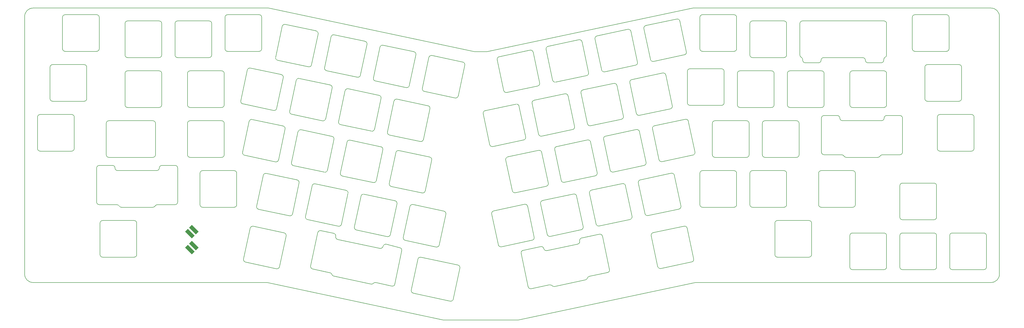
<source format=gto>
G04 #@! TF.GenerationSoftware,KiCad,Pcbnew,6.0.2-378541a8eb~116~ubuntu21.10.1*
G04 #@! TF.CreationDate,2022-03-16T11:59:57+01:00*
G04 #@! TF.ProjectId,basketweave_plate,6261736b-6574-4776-9561-76655f706c61,rev?*
G04 #@! TF.SameCoordinates,Original*
G04 #@! TF.FileFunction,Legend,Top*
G04 #@! TF.FilePolarity,Positive*
%FSLAX46Y46*%
G04 Gerber Fmt 4.6, Leading zero omitted, Abs format (unit mm)*
G04 Created by KiCad (PCBNEW 6.0.2-378541a8eb~116~ubuntu21.10.1) date 2022-03-16 11:59:57*
%MOMM*%
%LPD*%
G01*
G04 APERTURE LIST*
G04 #@! TA.AperFunction,Profile*
%ADD10C,0.200000*%
G04 #@! TD*
%ADD11C,0.100000*%
G04 APERTURE END LIST*
D10*
X243200858Y-127559435D02*
G75*
G03*
X242014800Y-126789200I-978146J-207911D01*
G01*
X245133475Y-141461414D02*
X238182808Y-142938824D01*
X245133475Y-141461415D02*
G75*
G03*
X245903711Y-140275354I-207911J978148D01*
G01*
X238182808Y-142938825D02*
G75*
G03*
X237439664Y-143607955I207913J-978148D01*
G01*
X242014800Y-126789200D02*
X235326226Y-128210900D01*
X214919907Y-146861165D02*
X212217055Y-134145246D01*
X236696518Y-144277086D02*
G75*
G03*
X237439663Y-143607955I-207913J978149D01*
G01*
X224007691Y-146463009D02*
G75*
G03*
X223056635Y-146153992I-743145J-669132D01*
G01*
X233785755Y-130583019D02*
G75*
G03*
X234555991Y-129396959I-207915J978150D01*
G01*
X224007691Y-146463009D02*
G75*
G03*
X224958747Y-146772026I743145J669132D01*
G01*
X212987291Y-132959187D02*
G75*
G03*
X212217055Y-134145246I207911J-978147D01*
G01*
X222047983Y-133077959D02*
X233785755Y-130583019D01*
X236696518Y-144277086D02*
X224958747Y-146772026D01*
X245903711Y-140275354D02*
X243200859Y-127559435D01*
X216105967Y-147631401D02*
X223056635Y-146153992D01*
X220861923Y-132307723D02*
G75*
G03*
X219675865Y-131537487I-978146J-207910D01*
G01*
X235326226Y-128210898D02*
G75*
G03*
X234555990Y-129396959I207911J-978148D01*
G01*
X214919906Y-146861165D02*
G75*
G03*
X216105967Y-147631401I978148J207911D01*
G01*
X219675865Y-131537487D02*
X212987291Y-132959187D01*
X220861924Y-132307723D02*
G75*
G03*
X222047983Y-133077959I978147J207911D01*
G01*
X319524504Y-60387507D02*
G75*
G03*
X320524504Y-61387507I1000000J0D01*
G01*
X351487500Y-58387506D02*
X351487500Y-46387500D01*
X318437500Y-58387500D02*
G75*
G03*
X318981000Y-59277223I1000000J0D01*
G01*
X343400517Y-60387507D02*
G75*
G03*
X344400517Y-61387507I1000000J0D01*
G01*
X350944000Y-59277229D02*
G75*
G03*
X350400500Y-60166952I456500J-889723D01*
G01*
X350944000Y-59277229D02*
G75*
G03*
X351487500Y-58387506I-456500J889723D01*
G01*
X350482515Y-45387499D02*
X319432509Y-45387499D01*
X349400520Y-61387508D02*
G75*
G03*
X350400521Y-60387507I0J1000001D01*
G01*
X344400517Y-61387508D02*
X349400520Y-61387508D01*
X319437500Y-45387500D02*
G75*
G03*
X318437500Y-46387500I0J-1000000D01*
G01*
X325524507Y-61387508D02*
G75*
G03*
X326524508Y-60387507I0J1000001D01*
G01*
X351487500Y-46387500D02*
G75*
G03*
X350487499Y-45387499I-1000001J0D01*
G01*
X320524504Y-61387508D02*
X325524507Y-61387508D01*
X350400500Y-60166952D02*
X350400521Y-60387507D01*
X343400517Y-60387507D02*
G75*
G03*
X342400516Y-59387506I-1000001J0D01*
G01*
X319524500Y-60166946D02*
G75*
G03*
X318981000Y-59277223I-1000000J0D01*
G01*
X327524508Y-59387507D02*
X342400516Y-59387507D01*
X327524508Y-59387507D02*
G75*
G03*
X326524508Y-60387507I0J-1000000D01*
G01*
X313387500Y-46387500D02*
G75*
G03*
X312387500Y-45387500I-1000000J0D01*
G01*
X318437500Y-46387500D02*
X318437500Y-58387500D01*
X319524500Y-60166946D02*
X319524504Y-60387507D01*
X28927500Y-81106250D02*
G75*
G03*
X27927500Y-82106250I0J-1000000D01*
G01*
X27927500Y-94106250D02*
G75*
G03*
X28927500Y-95106250I1000000J0D01*
G01*
X28927500Y-81106250D02*
X40927500Y-81106250D01*
X40927500Y-95106250D02*
X28927500Y-95106250D01*
X40927500Y-95106250D02*
G75*
G03*
X41927500Y-94106250I0J1000000D01*
G01*
X41927500Y-82106250D02*
X41927500Y-94106250D01*
X41927500Y-82106250D02*
G75*
G03*
X40927500Y-81106250I-1000000J0D01*
G01*
X27927500Y-94106250D02*
X27927500Y-82106250D01*
X46687500Y-63056250D02*
G75*
G03*
X45687500Y-62056250I-1000000J0D01*
G01*
X32687500Y-75056250D02*
G75*
G03*
X33687500Y-76056250I1000000J0D01*
G01*
X45687500Y-76056250D02*
X33687500Y-76056250D01*
X32687500Y-75056250D02*
X32687500Y-63056250D01*
X46687500Y-63056250D02*
X46687500Y-75056250D01*
X33687500Y-62056250D02*
G75*
G03*
X32687500Y-63056250I0J-1000000D01*
G01*
X45687500Y-76056250D02*
G75*
G03*
X46687500Y-75056250I0J1000000D01*
G01*
X33687500Y-62056250D02*
X45687500Y-62056250D01*
X380062500Y-63056250D02*
X380062500Y-75056250D01*
X379062500Y-76056250D02*
G75*
G03*
X380062500Y-75056250I0J1000000D01*
G01*
X379062500Y-76056250D02*
X367062500Y-76056250D01*
X380062500Y-63056250D02*
G75*
G03*
X379062500Y-62056250I-1000000J0D01*
G01*
X367062500Y-62056250D02*
G75*
G03*
X366062500Y-63056250I0J-1000000D01*
G01*
X367062500Y-62056250D02*
X379062500Y-62056250D01*
X366062500Y-75056250D02*
G75*
G03*
X367062500Y-76056250I1000000J0D01*
G01*
X366062500Y-75056250D02*
X366062500Y-63056250D01*
X174042718Y-135612290D02*
X188110514Y-138588750D01*
X262550733Y-126213914D02*
X274308691Y-123729750D01*
X264275437Y-139137745D02*
X261780497Y-127399974D01*
X185199748Y-152366756D02*
X171131956Y-149306356D01*
X140103936Y-142180198D02*
G75*
G03*
X139360791Y-141511067I-951057J-309017D01*
G01*
X174042718Y-135612290D02*
G75*
G03*
X172856659Y-136382527I-207911J-978148D01*
G01*
X188880750Y-139774810D02*
X186385808Y-151596520D01*
X277219454Y-137423814D02*
X265461496Y-139907981D01*
X170361720Y-148120298D02*
X172856660Y-136382527D01*
X170361720Y-148120298D02*
G75*
G03*
X171131956Y-149306356I978147J-207911D01*
G01*
X277219454Y-137423814D02*
G75*
G03*
X277989690Y-136237756I-207911J978147D01*
G01*
X275494750Y-124499985D02*
X277989690Y-136237756D01*
X262550733Y-126213914D02*
G75*
G03*
X261780496Y-127399973I207911J-978148D01*
G01*
X185199748Y-152366756D02*
G75*
G03*
X186385808Y-151596520I207912J978148D01*
G01*
X264275437Y-139137745D02*
G75*
G03*
X265461497Y-139907981I978148J207912D01*
G01*
X275494750Y-124499985D02*
G75*
G03*
X274308691Y-123729750I-978147J-207912D01*
G01*
X188880750Y-139774810D02*
G75*
G03*
X188110514Y-138588750I-978148J207912D01*
G01*
X140103937Y-142180198D02*
G75*
G03*
X140847080Y-142849327I951054J309017D01*
G01*
X162929690Y-146631666D02*
G75*
G03*
X164115750Y-145861430I207912J978148D01*
G01*
X141581031Y-127670225D02*
G75*
G03*
X140810796Y-126484166I-978147J207912D01*
G01*
X132031146Y-138930762D02*
G75*
G03*
X132801383Y-140116821I978148J-207911D01*
G01*
X162929690Y-146631666D02*
X156899964Y-145234235D01*
X158426191Y-132203179D02*
G75*
G03*
X159612251Y-131432943I207912J978148D01*
G01*
X140810795Y-126484165D02*
X135920057Y-125444607D01*
X156899964Y-145234235D02*
G75*
G03*
X155948909Y-145543252I-207911J-978146D01*
G01*
X132801382Y-140116821D02*
X139360791Y-141511067D01*
X154997851Y-145852269D02*
G75*
G03*
X155948908Y-145543252I207912J978148D01*
G01*
X166730965Y-133145511D02*
G75*
G03*
X165960728Y-131959452I-978148J207911D01*
G01*
X154997851Y-145852269D02*
X140847080Y-142849328D01*
X132031146Y-138930762D02*
X134733998Y-126214843D01*
X165960728Y-131959452D02*
X160798310Y-130662706D01*
X135920057Y-125444607D02*
G75*
G03*
X134733998Y-126214844I-207911J-978148D01*
G01*
X142351267Y-128856284D02*
X158426191Y-132203179D01*
X164115750Y-145861430D02*
X166730965Y-133145511D01*
X141581031Y-127670225D02*
G75*
G03*
X142351268Y-128856284I978148J-207911D01*
G01*
X160798310Y-130662706D02*
G75*
G03*
X159612250Y-131432942I-207912J-978148D01*
G01*
X167334796Y-128001317D02*
G75*
G03*
X168105032Y-129187375I978147J-207911D01*
G01*
X333680250Y-82487500D02*
G75*
G03*
X334680250Y-83487500I1000000J0D01*
G01*
X80331250Y-115537500D02*
X73625301Y-115537501D01*
X57455250Y-101537500D02*
G75*
G03*
X56455250Y-100537500I-1000000J0D01*
G01*
X57455250Y-101537500D02*
G75*
G03*
X58455250Y-102537500I1000000J0D01*
G01*
X56455250Y-100537500D02*
X51455250Y-100537500D01*
X332680250Y-81487500D02*
X327680250Y-81487500D01*
X51455250Y-100537500D02*
G75*
G03*
X50455250Y-101537500I0J-1000000D01*
G01*
X326680250Y-95487500D02*
G75*
G03*
X327680250Y-96487500I1000000J0D01*
G01*
X50455250Y-114537500D02*
X50455250Y-101537500D01*
X80331250Y-100537500D02*
X75331250Y-100537500D01*
X351556250Y-81487500D02*
G75*
G03*
X350556250Y-82487500I0J-1000000D01*
G01*
X81331250Y-101537500D02*
G75*
G03*
X80331250Y-100537500I-1000000J0D01*
G01*
X81331250Y-114537500D02*
X81331250Y-101537500D01*
X73625301Y-115537501D02*
G75*
G03*
X72759276Y-116037501I0J-1000000D01*
G01*
X333680250Y-82487500D02*
G75*
G03*
X332680250Y-81487500I-1000000J0D01*
G01*
X59027225Y-116037501D02*
G75*
G03*
X59893250Y-116537501I866025J500000D01*
G01*
X73331250Y-102537501D02*
G75*
G03*
X74331251Y-101537500I0J1000001D01*
G01*
X327680250Y-96487500D02*
X334386200Y-96487501D01*
X71893250Y-116537501D02*
G75*
G03*
X72759275Y-116037501I0J1000000D01*
G01*
X357556250Y-95487500D02*
X357556250Y-82487500D01*
X59027225Y-116037501D02*
G75*
G03*
X58161200Y-115537501I-866025J-500000D01*
G01*
X80331250Y-115537500D02*
G75*
G03*
X81331250Y-114537500I0J1000000D01*
G01*
X75331250Y-100537500D02*
G75*
G03*
X74331250Y-101537500I0J-1000000D01*
G01*
X50455250Y-114537500D02*
G75*
G03*
X51455250Y-115537500I1000000J0D01*
G01*
X51455250Y-115537500D02*
X58161200Y-115537501D01*
D11*
X86677500Y-123221750D02*
X89217500Y-125761750D01*
X89217500Y-125761750D02*
X88201500Y-126777750D01*
X88201500Y-126777750D02*
X85661500Y-124237750D01*
X85661500Y-124237750D02*
X86677500Y-123221750D01*
G36*
X89217500Y-125761750D02*
G01*
X88201500Y-126777750D01*
X85661500Y-124237750D01*
X86677500Y-123221750D01*
X89217500Y-125761750D01*
G37*
X89217500Y-125761750D02*
X88201500Y-126777750D01*
X85661500Y-124237750D01*
X86677500Y-123221750D01*
X89217500Y-125761750D01*
X85153500Y-124745750D02*
X87693500Y-127285750D01*
X87693500Y-127285750D02*
X86677500Y-128301750D01*
X86677500Y-128301750D02*
X84137500Y-125761750D01*
X84137500Y-125761750D02*
X85153500Y-124745750D01*
G36*
X87693500Y-127285750D02*
G01*
X86677500Y-128301750D01*
X84137500Y-125761750D01*
X85153500Y-124745750D01*
X87693500Y-127285750D01*
G37*
X87693500Y-127285750D02*
X86677500Y-128301750D01*
X84137500Y-125761750D01*
X85153500Y-124745750D01*
X87693500Y-127285750D01*
X88201500Y-132873750D02*
X85661500Y-130333750D01*
X85661500Y-130333750D02*
X86677500Y-129317750D01*
X86677500Y-129317750D02*
X89217500Y-131857750D01*
X89217500Y-131857750D02*
X88201500Y-132873750D01*
G36*
X89217500Y-131857750D02*
G01*
X88201500Y-132873750D01*
X85661500Y-130333750D01*
X86677500Y-129317750D01*
X89217500Y-131857750D01*
G37*
X89217500Y-131857750D02*
X88201500Y-132873750D01*
X85661500Y-130333750D01*
X86677500Y-129317750D01*
X89217500Y-131857750D01*
X86677500Y-134397750D02*
X84137500Y-131857750D01*
X84137500Y-131857750D02*
X85153500Y-130841750D01*
X85153500Y-130841750D02*
X87693500Y-133381750D01*
X87693500Y-133381750D02*
X86677500Y-134397750D01*
G36*
X87693500Y-133381750D02*
G01*
X86677500Y-134397750D01*
X84137500Y-131857750D01*
X85153500Y-130841750D01*
X87693500Y-133381750D01*
G37*
X87693500Y-133381750D02*
X86677500Y-134397750D01*
X84137500Y-131857750D01*
X85153500Y-130841750D01*
X87693500Y-133381750D01*
D10*
X168432815Y-70830285D02*
G75*
G03*
X169618875Y-70060049I207912J978148D01*
G01*
X174558521Y-71110002D02*
G75*
G03*
X175328757Y-72296060I978147J-207911D01*
G01*
X172113816Y-58322278D02*
X169618874Y-70060048D01*
X172113816Y-58322278D02*
G75*
G03*
X171343580Y-57136218I-978148J207912D01*
G01*
X174558521Y-71110002D02*
X177053461Y-59372231D01*
X168432815Y-70830285D02*
X156695045Y-68335343D01*
X155924809Y-67149285D02*
X158419749Y-55411514D01*
X178239519Y-58601994D02*
G75*
G03*
X177053460Y-59372231I-207911J-978148D01*
G01*
X178239519Y-58601994D02*
X189977291Y-61096935D01*
X190747528Y-62282995D02*
X188252586Y-74020765D01*
X161280947Y-87763355D02*
X163775887Y-76025584D01*
X155924809Y-67149285D02*
G75*
G03*
X156695045Y-68335343I978147J-207911D01*
G01*
X187066527Y-74791002D02*
G75*
G03*
X188252587Y-74020766I207912J978148D01*
G01*
X190747528Y-62282995D02*
G75*
G03*
X189977292Y-61096935I-978148J207912D01*
G01*
X173788953Y-91444355D02*
X162051183Y-88949413D01*
X164961945Y-75255347D02*
X176699717Y-77750288D01*
X164961945Y-75255347D02*
G75*
G03*
X163775886Y-76025584I-207911J-978148D01*
G01*
X173788953Y-91444355D02*
G75*
G03*
X174975013Y-90674119I207912J978148D01*
G01*
X159605807Y-54641277D02*
X171343579Y-57136218D01*
X159605807Y-54641277D02*
G75*
G03*
X158419748Y-55411514I-207911J-978148D01*
G01*
X187066527Y-74791002D02*
X175328757Y-72296060D01*
X137291097Y-63188567D02*
G75*
G03*
X138061333Y-64374625I978147J-207911D01*
G01*
X153480104Y-54361560D02*
X150985162Y-66099330D01*
X131165392Y-62908849D02*
X119427622Y-60413907D01*
X118657386Y-59227849D02*
G75*
G03*
X119427622Y-60413907I978147J-207911D01*
G01*
X140972095Y-50680559D02*
X152709867Y-53175500D01*
X149799103Y-66869567D02*
X138061333Y-64374625D01*
X149799103Y-66869567D02*
G75*
G03*
X150985163Y-66099331I207912J978148D01*
G01*
X134846393Y-50400842D02*
G75*
G03*
X134076157Y-49214782I-978148J207912D01*
G01*
X137291097Y-63188567D02*
X139786037Y-51450796D01*
X122338384Y-46719841D02*
X134076156Y-49214782D01*
X140972095Y-50680559D02*
G75*
G03*
X139786036Y-51450796I-207911J-978148D01*
G01*
X153480104Y-54361560D02*
G75*
G03*
X152709868Y-53175500I-978148J207912D01*
G01*
X122338384Y-46719841D02*
G75*
G03*
X121152325Y-47490078I-207911J-978148D01*
G01*
X131165392Y-62908849D02*
G75*
G03*
X132351452Y-62138613I207912J978148D01*
G01*
X118657386Y-59227849D02*
X121152326Y-47490078D01*
X134846393Y-50400842D02*
X132351451Y-62138612D01*
X237511709Y-84654339D02*
G75*
G03*
X238697769Y-85424575I978148J207912D01*
G01*
X259776855Y-47155720D02*
G75*
G03*
X259006618Y-48341779I207911J-978148D01*
G01*
X242867848Y-64040268D02*
X240372908Y-52302497D01*
X217153294Y-75691226D02*
X228891065Y-73196286D01*
X235787005Y-71730508D02*
G75*
G03*
X235016768Y-72916567I207911J-978148D01*
G01*
X222509432Y-55077155D02*
X234247203Y-52582215D01*
X222509432Y-55077155D02*
G75*
G03*
X221739195Y-56263214I207911J-978148D01*
G01*
X259776855Y-47155720D02*
X271514626Y-44660780D01*
X218524254Y-70236999D02*
X206786483Y-72731940D01*
X205600424Y-71961704D02*
G75*
G03*
X206786484Y-72731940I978148J207912D01*
G01*
X255791678Y-62315563D02*
X244053907Y-64810504D01*
X256145421Y-80693621D02*
X253650481Y-68955850D01*
X224234136Y-68000986D02*
G75*
G03*
X225420196Y-68771222I978148J207912D01*
G01*
X216799550Y-57313169D02*
X219294490Y-69050940D01*
X274425389Y-58354846D02*
G75*
G03*
X275195625Y-57168788I-207911J978147D01*
G01*
X217153294Y-75691226D02*
G75*
G03*
X216383057Y-76877285I207911J-978148D01*
G01*
X261501559Y-60079551D02*
X259006619Y-48341780D01*
X256145421Y-80693621D02*
G75*
G03*
X257331481Y-81463857I978148J207912D01*
G01*
X254066974Y-49391733D02*
X256561914Y-61129504D01*
X218524254Y-70236999D02*
G75*
G03*
X219294490Y-69050941I-207911J978147D01*
G01*
X261501559Y-60079551D02*
G75*
G03*
X262687619Y-60849787I978148J207912D01*
G01*
X394493750Y-43656250D02*
G75*
G03*
X391318750Y-40481250I-3175000J0D01*
G01*
X26193750Y-40481250D02*
G75*
G03*
X23018750Y-43656250I0J-3175000D01*
G01*
X182562500Y-159543750D02*
X211137500Y-159543750D01*
X248710835Y-70005804D02*
X251205775Y-81743575D01*
X200244286Y-92575774D02*
G75*
G03*
X201430346Y-93346010I978148J207912D01*
G01*
X213168116Y-90851069D02*
X201430345Y-93346010D01*
X242867848Y-64040268D02*
G75*
G03*
X244053908Y-64810504I978148J207912D01*
G01*
X231801828Y-86890352D02*
X220064057Y-89385293D01*
X216799550Y-57313169D02*
G75*
G03*
X215613491Y-56542934I-978147J-207912D01*
G01*
X235433262Y-53352451D02*
G75*
G03*
X234247203Y-52582216I-978147J-207912D01*
G01*
X218877998Y-88615057D02*
X216383058Y-76877286D01*
X198519582Y-79651943D02*
G75*
G03*
X197749345Y-80838002I207911J-978148D01*
G01*
X267344547Y-66045086D02*
G75*
G03*
X266158488Y-65274851I-978147J-207912D01*
G01*
X198519582Y-79651943D02*
X210257353Y-77157003D01*
X211443412Y-77927239D02*
X213938352Y-89665010D01*
X231801828Y-86890352D02*
G75*
G03*
X232572064Y-85704294I-207911J978147D01*
G01*
X211443412Y-77927239D02*
G75*
G03*
X210257353Y-77157004I-978147J-207912D01*
G01*
X200244286Y-92575774D02*
X197749346Y-80838003D01*
X272700685Y-45431016D02*
X275195625Y-57168787D01*
X272700685Y-45431016D02*
G75*
G03*
X271514626Y-44660781I-978147J-207912D01*
G01*
X230077124Y-73966522D02*
X232572064Y-85704293D01*
X213168116Y-90851069D02*
G75*
G03*
X213938352Y-89665011I-207911J978147D01*
G01*
X241143144Y-51116437D02*
X252880915Y-48621497D01*
X255791678Y-62315563D02*
G75*
G03*
X256561914Y-61129505I-207911J978147D01*
G01*
X241143144Y-51116437D02*
G75*
G03*
X240372907Y-52302496I207911J-978148D01*
G01*
X250435539Y-82929634D02*
G75*
G03*
X251205775Y-81743576I-207911J978147D01*
G01*
X237157966Y-66276281D02*
G75*
G03*
X237928202Y-65090223I-207911J978147D01*
G01*
X224234136Y-68000986D02*
X221739196Y-56263215D01*
X203875720Y-59037873D02*
X215613491Y-56542933D01*
X218877998Y-88615057D02*
G75*
G03*
X220064058Y-89385293I978148J207912D01*
G01*
X250435539Y-82929634D02*
X238697768Y-85424575D01*
X235433262Y-53352451D02*
X237928202Y-65090222D01*
X203875720Y-59037873D02*
G75*
G03*
X203105483Y-60223932I207911J-978148D01*
G01*
X237157966Y-66276281D02*
X225420195Y-68771222D01*
X205600424Y-71961704D02*
X203105484Y-60223933D01*
X391318750Y-145256250D02*
X278606250Y-145256250D01*
X391318750Y-145256250D02*
G75*
G03*
X394493750Y-142081250I0J3175000D01*
G01*
X274425389Y-58354846D02*
X262687618Y-60849787D01*
X230077124Y-73966522D02*
G75*
G03*
X228891065Y-73196287I-978147J-207912D01*
G01*
X237511709Y-84654339D02*
X235016769Y-72916568D01*
X235787005Y-71730508D02*
X247524776Y-69235568D01*
X254066974Y-49391733D02*
G75*
G03*
X252880915Y-48621498I-978147J-207912D01*
G01*
X248710835Y-70005804D02*
G75*
G03*
X247524776Y-69235569I-978147J-207912D01*
G01*
X357537500Y-126350000D02*
X369537500Y-126350000D01*
X389537500Y-127350000D02*
G75*
G03*
X388537500Y-126350000I-1000000J0D01*
G01*
X369537500Y-140350000D02*
G75*
G03*
X370537500Y-139350000I0J1000000D01*
G01*
X26193750Y-145256250D02*
X115443000Y-145256250D01*
X391318750Y-40481250D02*
X277812500Y-40481250D01*
X356537500Y-139350000D02*
G75*
G03*
X357537500Y-140350000I1000000J0D01*
G01*
X370537500Y-127350000D02*
G75*
G03*
X369537500Y-126350000I-1000000J0D01*
G01*
X370537500Y-127350000D02*
X370537500Y-139350000D01*
X199231250Y-57150000D02*
X194468750Y-57150000D01*
X357537500Y-126350000D02*
G75*
G03*
X356537500Y-127350000I0J-1000000D01*
G01*
X23018750Y-43656250D02*
X23018750Y-142081250D01*
X388537500Y-140350000D02*
X376537500Y-140350000D01*
X369537500Y-140350000D02*
X357537500Y-140350000D01*
X388537500Y-140350000D02*
G75*
G03*
X389537500Y-139350000I0J1000000D01*
G01*
X351487500Y-127350000D02*
G75*
G03*
X350487500Y-126350000I-1000000J0D01*
G01*
X278606250Y-145256250D02*
X211137500Y-159543750D01*
X115443000Y-145256250D02*
X182562500Y-159543750D01*
X277812500Y-40481250D02*
X199231250Y-57150000D01*
X23018750Y-142081250D02*
G75*
G03*
X26193750Y-145256250I3175000J0D01*
G01*
X115887500Y-40481250D02*
X194468750Y-57150000D01*
X376537500Y-126350000D02*
X388537500Y-126350000D01*
X26193750Y-40481250D02*
X115887500Y-40481250D01*
X375537500Y-139350000D02*
X375537500Y-127350000D01*
X375537500Y-139350000D02*
G75*
G03*
X376537500Y-140350000I1000000J0D01*
G01*
X394493750Y-43656250D02*
X394493750Y-142081250D01*
X389537500Y-127350000D02*
X389537500Y-139350000D01*
X376537500Y-126350000D02*
G75*
G03*
X375537500Y-127350000I0J-1000000D01*
G01*
X356537500Y-139350000D02*
X356537500Y-127350000D01*
X178167665Y-98560239D02*
G75*
G03*
X177397429Y-97374179I-978148J207912D01*
G01*
X161978658Y-107387246D02*
G75*
G03*
X162748894Y-108573304I978147J-207911D01*
G01*
X148701084Y-124040599D02*
G75*
G03*
X149471320Y-125226657I978147J-207911D01*
G01*
X174486664Y-111068246D02*
G75*
G03*
X175672724Y-110298010I207912J978148D01*
G01*
X161209090Y-127721599D02*
X149471320Y-125226657D01*
X115114658Y-103611156D02*
X126852430Y-106106097D01*
X123941666Y-119800164D02*
G75*
G03*
X125127726Y-119029928I207912J978148D01*
G01*
X159533953Y-94599522D02*
X157039011Y-106337292D01*
X110140495Y-123797677D02*
G75*
G03*
X108954436Y-124567914I-207911J-978148D01*
G01*
X118967503Y-139986685D02*
G75*
G03*
X120153563Y-139216449I207912J978148D01*
G01*
X122648504Y-127478678D02*
G75*
G03*
X121878268Y-126292618I-978148J207912D01*
G01*
X123941666Y-119800164D02*
X112203896Y-117305222D01*
X161209090Y-127721599D02*
G75*
G03*
X162395150Y-126951363I207912J978148D01*
G01*
X122648504Y-127478678D02*
X120153562Y-139216448D01*
X106459497Y-136305685D02*
G75*
G03*
X107229733Y-137491743I978147J-207911D01*
G01*
X110140495Y-123797677D02*
X121878267Y-126292618D01*
X115114658Y-103611156D02*
G75*
G03*
X113928599Y-104381393I-207911J-978148D01*
G01*
X159533953Y-94599522D02*
G75*
G03*
X158763717Y-93413462I-978148J207912D01*
G01*
X161978658Y-107387246D02*
X164473598Y-95649475D01*
X127622667Y-107292157D02*
X125127725Y-119029927D01*
X106459497Y-136305685D02*
X108954437Y-124567914D01*
X171015794Y-115493309D02*
X182753566Y-117988250D01*
X152382082Y-111532591D02*
X164119854Y-114027532D01*
X143344946Y-103426529D02*
G75*
G03*
X144115182Y-104612587I978147J-207911D01*
G01*
X147025944Y-90918521D02*
G75*
G03*
X145839885Y-91688758I-207911J-978148D01*
G01*
X133748370Y-107571874D02*
X145486142Y-110066815D01*
X146256379Y-111252875D02*
G75*
G03*
X145486143Y-110066815I-978148J207912D01*
G01*
X152382082Y-111532591D02*
G75*
G03*
X151196023Y-112302828I-207911J-978148D01*
G01*
X164890091Y-115213592D02*
X162395149Y-126951362D01*
X142575378Y-123760882D02*
X130837608Y-121265940D01*
X130067372Y-120079882D02*
X132562312Y-108342111D01*
X148701084Y-124040599D02*
X151196024Y-112302828D01*
X142575378Y-123760882D02*
G75*
G03*
X143761438Y-122990646I207912J978148D01*
G01*
X165659656Y-94879238D02*
G75*
G03*
X164473597Y-95649475I-207911J-978148D01*
G01*
X133748370Y-107571874D02*
G75*
G03*
X132562311Y-108342111I-207911J-978148D01*
G01*
X130067372Y-120079882D02*
G75*
G03*
X130837608Y-121265940I978147J-207911D01*
G01*
X146256379Y-111252875D02*
X143761437Y-122990645D01*
X165659656Y-94879238D02*
X177397428Y-97374179D01*
X164890091Y-115213592D02*
G75*
G03*
X164119855Y-114027532I-978148J207912D01*
G01*
X111433660Y-116119164D02*
X113928600Y-104381393D01*
X127622667Y-107292157D02*
G75*
G03*
X126852431Y-106106097I-978148J207912D01*
G01*
X111433660Y-116119164D02*
G75*
G03*
X112203896Y-117305222I978147J-207911D01*
G01*
X118967503Y-139986685D02*
X107229733Y-137491743D01*
X155852952Y-107107529D02*
G75*
G03*
X157039012Y-106337293I207912J978148D01*
G01*
X174486664Y-111068246D02*
X162748894Y-108573304D01*
X178167665Y-98560239D02*
X175672723Y-110298009D01*
X121568819Y-67054195D02*
G75*
G03*
X120798583Y-65868135I-978148J207912D01*
G01*
X140202531Y-71014913D02*
G75*
G03*
X139432295Y-69828853I-978148J207912D01*
G01*
X140202531Y-71014913D02*
X137707589Y-82752683D01*
X128392232Y-86957803D02*
G75*
G03*
X127206173Y-87728040I-207911J-978148D01*
G01*
X140900241Y-90638804D02*
G75*
G03*
X140130005Y-89452744I-978148J207912D01*
G01*
X124711234Y-99465811D02*
G75*
G03*
X125481470Y-100651869I978147J-207911D01*
G01*
X140900241Y-90638804D02*
X138405299Y-102376574D01*
X147025944Y-90918521D02*
X158763716Y-93413462D01*
X117887818Y-79562202D02*
G75*
G03*
X119073878Y-78791966I207912J978148D01*
G01*
X127694522Y-67333912D02*
G75*
G03*
X126508463Y-68104149I-207911J-978148D01*
G01*
X124013524Y-79841920D02*
X126508464Y-68104149D01*
X118585528Y-99186093D02*
X106847758Y-96691151D01*
X124711234Y-99465811D02*
X127206174Y-87728040D01*
X155852952Y-107107529D02*
X144115182Y-104612587D01*
X143344946Y-103426529D02*
X145839886Y-91688758D01*
X142647236Y-83802637D02*
G75*
G03*
X143417472Y-84988695I978147J-207911D01*
G01*
X109758520Y-82997085D02*
X121496292Y-85492026D01*
X136521530Y-83522920D02*
X124783760Y-81027978D01*
X177469954Y-78936348D02*
G75*
G03*
X176699718Y-77750288I-978148J207912D01*
G01*
X177469954Y-78936348D02*
X174975012Y-90674118D01*
X155155242Y-87483637D02*
X143417472Y-84988695D01*
X146328234Y-71294629D02*
G75*
G03*
X145142175Y-72064866I-207911J-978148D01*
G01*
X105379812Y-75881202D02*
G75*
G03*
X106150048Y-77067260I978147J-207911D01*
G01*
X106077522Y-95505093D02*
X108572462Y-83767322D01*
X127694522Y-67333912D02*
X139432294Y-69828853D01*
X109758520Y-82997085D02*
G75*
G03*
X108572461Y-83767322I-207911J-978148D01*
G01*
X106077522Y-95505093D02*
G75*
G03*
X106847758Y-96691151I978147J-207911D01*
G01*
X155155242Y-87483637D02*
G75*
G03*
X156341302Y-86713401I207912J978148D01*
G01*
X105379812Y-75881202D02*
X107874752Y-64143431D01*
X142647236Y-83802637D02*
X145142176Y-72064866D01*
X117887818Y-79562202D02*
X106150048Y-77067260D01*
X121568819Y-67054195D02*
X119073877Y-78791965D01*
X122266529Y-86678086D02*
G75*
G03*
X121496293Y-85492026I-978148J207912D01*
G01*
X158836243Y-74975630D02*
X156341301Y-86713400D01*
X136521530Y-83522920D02*
G75*
G03*
X137707590Y-82752684I207912J978148D01*
G01*
X109060810Y-63373194D02*
X120798582Y-65868135D01*
X122266529Y-86678086D02*
X119771587Y-98415856D01*
X128392232Y-86957803D02*
X140130004Y-89452744D01*
X137219240Y-103146811D02*
X125481470Y-100651869D01*
X137219240Y-103146811D02*
G75*
G03*
X138405300Y-102376575I207912J978148D01*
G01*
X158836243Y-74975630D02*
G75*
G03*
X158066007Y-73789570I-978148J207912D01*
G01*
X146328234Y-71294629D02*
X158066006Y-73789570D01*
X118585528Y-99186093D02*
G75*
G03*
X119771588Y-98415857I207912J978148D01*
G01*
X124013524Y-79841920D02*
G75*
G03*
X124783760Y-81027978I978147J-207911D01*
G01*
X161280947Y-87763355D02*
G75*
G03*
X162051183Y-88949413I978147J-207911D01*
G01*
X109060810Y-63373194D02*
G75*
G03*
X107874751Y-64143431I-207911J-978148D01*
G01*
X216431123Y-129108672D02*
X204693352Y-131603613D01*
X259054685Y-100573166D02*
G75*
G03*
X259824921Y-99387108I-207911J978147D01*
G01*
X264764567Y-98337154D02*
G75*
G03*
X265950627Y-99107390I978148J207912D01*
G01*
X264764567Y-98337154D02*
X262269627Y-86599383D01*
X246130855Y-102297871D02*
G75*
G03*
X247316915Y-103068107I978148J207912D01*
G01*
X222141005Y-126872660D02*
X219646065Y-115134889D01*
X225772439Y-93334758D02*
G75*
G03*
X225002202Y-94520817I207911J-978148D01*
G01*
X221787262Y-108494602D02*
G75*
G03*
X222557498Y-107308544I-207911J978147D01*
G01*
X208863432Y-110219307D02*
G75*
G03*
X210049492Y-110989543I978148J207912D01*
G01*
X220062558Y-95570772D02*
G75*
G03*
X218876499Y-94800537I-978147J-207912D01*
G01*
X277688397Y-96612449D02*
G75*
G03*
X278458633Y-95426391I-207911J978147D01*
G01*
X275963693Y-83688619D02*
X278458633Y-95426390D01*
X244406151Y-89374040D02*
G75*
G03*
X243635914Y-90560099I207911J-978148D01*
G01*
X225772439Y-93334758D02*
X237510210Y-90839818D01*
X220062558Y-95570772D02*
X222557498Y-107308543D01*
X208863432Y-110219307D02*
X206368492Y-98481536D01*
X254420717Y-67769790D02*
X266158488Y-65274850D01*
X267344547Y-66045086D02*
X269839487Y-77782857D01*
X263039863Y-85413323D02*
X274777634Y-82918383D01*
X240420973Y-104533884D02*
X228683202Y-107028825D01*
X238696269Y-91610054D02*
G75*
G03*
X237510210Y-90839819I-978147J-207912D01*
G01*
X257329981Y-87649336D02*
G75*
G03*
X256143922Y-86879101I-978147J-207912D01*
G01*
X238696269Y-91610054D02*
X241191209Y-103347825D01*
X240420973Y-104533884D02*
G75*
G03*
X241191209Y-103347826I-207911J978147D01*
G01*
X207138728Y-97295476D02*
X218876499Y-94800536D01*
X277688397Y-96612449D02*
X265950626Y-99107390D01*
X269069251Y-78968916D02*
X257331480Y-81463857D01*
X269069251Y-78968916D02*
G75*
G03*
X269839487Y-77782858I-207911J978147D01*
G01*
X257329981Y-87649336D02*
X259824921Y-99387107D01*
X254420717Y-67769790D02*
G75*
G03*
X253650480Y-68955849I207911J-978148D01*
G01*
X244406151Y-89374040D02*
X256143922Y-86879100D01*
X203507293Y-130833377D02*
G75*
G03*
X204693353Y-131603613I978148J207912D01*
G01*
X214706419Y-116184842D02*
G75*
G03*
X213520360Y-115414607I-978147J-207912D01*
G01*
X246130855Y-102297871D02*
X243635915Y-90560100D01*
X203507293Y-130833377D02*
X201012353Y-119095606D01*
X263039863Y-85413323D02*
G75*
G03*
X262269626Y-86599382I207911J-978148D01*
G01*
X216431123Y-129108672D02*
G75*
G03*
X217201359Y-127922614I-207911J978147D01*
G01*
X259054685Y-100573166D02*
X247316914Y-103068107D01*
X227497143Y-106258589D02*
G75*
G03*
X228683203Y-107028825I978148J207912D01*
G01*
X201782589Y-117909546D02*
X213520360Y-115414606D01*
X227497143Y-106258589D02*
X225002203Y-94520818D01*
X214706419Y-116184842D02*
X217201359Y-127922613D01*
X221787262Y-108494602D02*
X210049491Y-110989543D01*
X207138728Y-97295476D02*
G75*
G03*
X206368491Y-98481535I207911J-978148D01*
G01*
X275963693Y-83688619D02*
G75*
G03*
X274777634Y-82918384I-978147J-207912D01*
G01*
X201782589Y-117909546D02*
G75*
G03*
X201012352Y-119095605I207911J-978148D01*
G01*
X383825000Y-95106250D02*
X371825000Y-95106250D01*
X374300000Y-57006250D02*
X362300000Y-57006250D01*
X38450000Y-43006250D02*
X50450000Y-43006250D01*
X50450000Y-57006250D02*
G75*
G03*
X51450000Y-56006250I0J1000000D01*
G01*
X74262500Y-59387500D02*
G75*
G03*
X75262500Y-58387500I0J1000000D01*
G01*
X38450000Y-43006250D02*
G75*
G03*
X37450000Y-44006250I0J-1000000D01*
G01*
X374300000Y-57006250D02*
G75*
G03*
X375300000Y-56006250I0J1000000D01*
G01*
X361300000Y-56006250D02*
G75*
G03*
X362300000Y-57006250I1000000J0D01*
G01*
X362300000Y-43006250D02*
G75*
G03*
X361300000Y-44006250I0J-1000000D01*
G01*
X375300000Y-44006250D02*
X375300000Y-56006250D01*
X362300000Y-43006250D02*
X374300000Y-43006250D01*
X361300000Y-56006250D02*
X361300000Y-44006250D01*
X74262500Y-59387500D02*
X62262500Y-59387500D01*
X61262500Y-58387500D02*
G75*
G03*
X62262500Y-59387500I1000000J0D01*
G01*
X371825000Y-81106250D02*
X383825000Y-81106250D01*
X371825000Y-81106250D02*
G75*
G03*
X370825000Y-82106250I0J-1000000D01*
G01*
X384825000Y-82106250D02*
G75*
G03*
X383825000Y-81106250I-1000000J0D01*
G01*
X51450000Y-44006250D02*
X51450000Y-56006250D01*
X37450000Y-56006250D02*
X37450000Y-44006250D01*
X50450000Y-57006250D02*
X38450000Y-57006250D01*
X37450000Y-56006250D02*
G75*
G03*
X38450000Y-57006250I1000000J0D01*
G01*
X375300000Y-44006250D02*
G75*
G03*
X374300000Y-43006250I-1000000J0D01*
G01*
X51450000Y-44006250D02*
G75*
G03*
X50450000Y-43006250I-1000000J0D01*
G01*
X383825000Y-95106250D02*
G75*
G03*
X384825000Y-94106250I0J1000000D01*
G01*
X384825000Y-82106250D02*
X384825000Y-94106250D01*
X370825000Y-94106250D02*
X370825000Y-82106250D01*
X370825000Y-94106250D02*
G75*
G03*
X371825000Y-95106250I1000000J0D01*
G01*
X233340131Y-112224125D02*
G75*
G03*
X232154072Y-111453890I-978147J-207912D01*
G01*
X251973843Y-108263407D02*
G75*
G03*
X250787784Y-107493172I-978147J-207912D01*
G01*
X171015794Y-115493309D02*
G75*
G03*
X169829735Y-116263546I-207911J-978148D01*
G01*
X259408429Y-118951224D02*
X256913489Y-107213453D01*
X183523803Y-119174310D02*
X181028861Y-130912080D01*
X179842802Y-131682317D02*
G75*
G03*
X181028862Y-130912081I207912J978148D01*
G01*
X257683725Y-106027393D02*
X269421496Y-103532453D01*
X270607555Y-104302689D02*
X273102495Y-116040460D01*
X257683725Y-106027393D02*
G75*
G03*
X256913488Y-107213452I207911J-978148D01*
G01*
X253698547Y-121187237D02*
X241960776Y-123682178D01*
X251973843Y-108263407D02*
X254468783Y-120001178D01*
X272332259Y-117226519D02*
X260594488Y-119721460D01*
X253698547Y-121187237D02*
G75*
G03*
X254468783Y-120001179I-207911J978147D01*
G01*
X240774717Y-122911942D02*
G75*
G03*
X241960777Y-123682178I978148J207912D01*
G01*
X183523803Y-119174310D02*
G75*
G03*
X182753567Y-117988250I-978148J207912D01*
G01*
X270607555Y-104302689D02*
G75*
G03*
X269421496Y-103532454I-978147J-207912D01*
G01*
X167334796Y-128001317D02*
X169829736Y-116263546D01*
X272332259Y-117226519D02*
G75*
G03*
X273102495Y-116040461I-207911J978147D01*
G01*
X259408429Y-118951224D02*
G75*
G03*
X260594489Y-119721460I978148J207912D01*
G01*
X239050013Y-109988111D02*
G75*
G03*
X238279776Y-111174170I207911J-978148D01*
G01*
X240774717Y-122911942D02*
X238279777Y-111174171D01*
X179842802Y-131682317D02*
X168105032Y-129187375D01*
X239050013Y-109988111D02*
X250787784Y-107493171D01*
X235064835Y-125147955D02*
X223327064Y-127642896D01*
X220416301Y-113948829D02*
X232154072Y-111453889D01*
X233340131Y-112224125D02*
X235835071Y-123961896D01*
X235064835Y-125147955D02*
G75*
G03*
X235835071Y-123961897I-207911J978147D01*
G01*
X220416301Y-113948829D02*
G75*
G03*
X219646064Y-115134888I207911J-978148D01*
G01*
X222141005Y-126872660D02*
G75*
G03*
X223327065Y-127642896I978148J207912D01*
G01*
X294337500Y-44006250D02*
G75*
G03*
X293337500Y-43006250I-1000000J0D01*
G01*
X102837500Y-116537500D02*
X90837500Y-116537500D01*
X102837500Y-116537500D02*
G75*
G03*
X103837500Y-115537500I0J1000000D01*
G01*
X86075000Y-83487500D02*
G75*
G03*
X85075000Y-84487500I0J-1000000D01*
G01*
X89837500Y-115537500D02*
G75*
G03*
X90837500Y-116537500I1000000J0D01*
G01*
X98075000Y-97487500D02*
X86075000Y-97487500D01*
X100362500Y-43006250D02*
G75*
G03*
X99362500Y-44006250I0J-1000000D01*
G01*
X337487500Y-77437500D02*
G75*
G03*
X338487500Y-78437500I1000000J0D01*
G01*
X299387500Y-58387500D02*
G75*
G03*
X300387500Y-59387500I1000000J0D01*
G01*
X99075000Y-65437500D02*
X99075000Y-77437500D01*
X85075000Y-96487500D02*
X85075000Y-84487500D01*
X100362500Y-43006250D02*
X112362500Y-43006250D01*
X90837500Y-102537500D02*
G75*
G03*
X89837500Y-103537500I0J-1000000D01*
G01*
X90837500Y-102537500D02*
X102837500Y-102537500D01*
X94312500Y-46387500D02*
X94312500Y-58387500D01*
X81312500Y-45387500D02*
G75*
G03*
X80312500Y-46387500I0J-1000000D01*
G01*
X350487500Y-78437500D02*
X338487500Y-78437500D01*
X98075000Y-78437500D02*
G75*
G03*
X99075000Y-77437500I0J1000000D01*
G01*
X99075000Y-65437500D02*
G75*
G03*
X98075000Y-64437500I-1000000J0D01*
G01*
X113362500Y-44006250D02*
X113362500Y-56006250D01*
X98075000Y-97487500D02*
G75*
G03*
X99075000Y-96487500I0J1000000D01*
G01*
X86075000Y-64437500D02*
X98075000Y-64437500D01*
X94312500Y-46387500D02*
G75*
G03*
X93312500Y-45387500I-1000000J0D01*
G01*
X103837500Y-103537500D02*
X103837500Y-115537500D01*
X86075000Y-64437500D02*
G75*
G03*
X85075000Y-65437500I0J-1000000D01*
G01*
X312387500Y-59387500D02*
X300387500Y-59387500D01*
X80312500Y-58387500D02*
X80312500Y-46387500D01*
X300387500Y-45387500D02*
G75*
G03*
X299387500Y-46387500I0J-1000000D01*
G01*
X93312500Y-59387500D02*
X81312500Y-59387500D01*
X93312500Y-59387500D02*
G75*
G03*
X94312500Y-58387500I0J1000000D01*
G01*
X65737500Y-122587500D02*
G75*
G03*
X64737500Y-121587500I-1000000J0D01*
G01*
X112362500Y-57006250D02*
X100362500Y-57006250D01*
X300387500Y-45387500D02*
X312387500Y-45387500D01*
X103837500Y-103537500D02*
G75*
G03*
X102837500Y-102537500I-1000000J0D01*
G01*
X80312500Y-58387500D02*
G75*
G03*
X81312500Y-59387500I1000000J0D01*
G01*
X52737500Y-121587500D02*
X64737500Y-121587500D01*
X299387500Y-58387500D02*
X299387500Y-46387500D01*
X86075000Y-83487500D02*
X98075000Y-83487500D01*
X85075000Y-96487500D02*
G75*
G03*
X86075000Y-97487500I1000000J0D01*
G01*
X350487500Y-78437500D02*
G75*
G03*
X351487500Y-77437500I0J1000000D01*
G01*
X99075000Y-84487500D02*
X99075000Y-96487500D01*
X293337500Y-57006250D02*
X281337500Y-57006250D01*
X338487500Y-64437500D02*
G75*
G03*
X337487500Y-65437500I0J-1000000D01*
G01*
X293337500Y-57006250D02*
G75*
G03*
X294337500Y-56006250I0J1000000D01*
G01*
X98075000Y-78437500D02*
X86075000Y-78437500D01*
X280337500Y-56006250D02*
G75*
G03*
X281337500Y-57006250I1000000J0D01*
G01*
X89837500Y-115537500D02*
X89837500Y-103537500D01*
X85075000Y-77437500D02*
G75*
G03*
X86075000Y-78437500I1000000J0D01*
G01*
X99075000Y-84487500D02*
G75*
G03*
X98075000Y-83487500I-1000000J0D01*
G01*
X313387500Y-46387500D02*
X313387500Y-58387500D01*
X281337500Y-43006250D02*
G75*
G03*
X280337500Y-44006250I0J-1000000D01*
G01*
X113362500Y-44006250D02*
G75*
G03*
X112362500Y-43006250I-1000000J0D01*
G01*
X294337500Y-44006250D02*
X294337500Y-56006250D01*
X85075000Y-77437500D02*
X85075000Y-65437500D01*
X99362500Y-56006250D02*
X99362500Y-44006250D01*
X281337500Y-43006250D02*
X293337500Y-43006250D01*
X112362500Y-57006250D02*
G75*
G03*
X113362500Y-56006250I0J1000000D01*
G01*
X99362500Y-56006250D02*
G75*
G03*
X100362500Y-57006250I1000000J0D01*
G01*
X81312500Y-45387500D02*
X93312500Y-45387500D01*
X65737500Y-122587500D02*
X65737500Y-134587500D01*
X337487500Y-77437500D02*
X337487500Y-65437500D01*
X312387500Y-59387500D02*
G75*
G03*
X313387500Y-58387500I0J1000000D01*
G01*
X280337500Y-56006250D02*
X280337500Y-44006250D01*
X64737500Y-135587500D02*
G75*
G03*
X65737500Y-134587500I0J1000000D01*
G01*
X64737500Y-135587500D02*
X52737500Y-135587500D01*
X51737500Y-134587500D02*
G75*
G03*
X52737500Y-135587500I1000000J0D01*
G01*
X58455250Y-102537500D02*
X73331250Y-102537501D01*
X54118750Y-96487500D02*
X54118750Y-84487500D01*
X72881250Y-84487500D02*
G75*
G03*
X71881250Y-83487500I-1000000J0D01*
G01*
X74262500Y-78437500D02*
X62262500Y-78437500D01*
X74262500Y-78437500D02*
G75*
G03*
X75262500Y-77437500I0J1000000D01*
G01*
X61262500Y-77437500D02*
G75*
G03*
X62262500Y-78437500I1000000J0D01*
G01*
X75262500Y-46387500D02*
X75262500Y-58387500D01*
X52737500Y-121587500D02*
G75*
G03*
X51737500Y-122587500I0J-1000000D01*
G01*
X55118750Y-83487500D02*
X71881250Y-83487500D01*
X75262500Y-46387500D02*
G75*
G03*
X74262500Y-45387500I-1000000J0D01*
G01*
X62262500Y-45387500D02*
X74262500Y-45387500D01*
X62262500Y-45387500D02*
G75*
G03*
X61262500Y-46387500I0J-1000000D01*
G01*
X61262500Y-58387500D02*
X61262500Y-46387500D01*
X71893250Y-116537501D02*
X59893250Y-116537501D01*
X54118750Y-96487500D02*
G75*
G03*
X55118750Y-97487500I1000000J0D01*
G01*
X61262500Y-77437500D02*
X61262500Y-65437500D01*
X71881250Y-97487500D02*
G75*
G03*
X72881250Y-96487500I0J1000000D01*
G01*
X51737500Y-134587500D02*
X51737500Y-122587500D01*
X72881250Y-84487500D02*
X72881250Y-96487500D01*
X71881250Y-97487500D02*
X55118750Y-97487500D01*
X75262500Y-65437500D02*
G75*
G03*
X74262500Y-64437500I-1000000J0D01*
G01*
X75262500Y-65437500D02*
X75262500Y-77437500D01*
X55118750Y-83487500D02*
G75*
G03*
X54118750Y-84487500I0J-1000000D01*
G01*
X62262500Y-64437500D02*
X74262500Y-64437500D01*
X62262500Y-64437500D02*
G75*
G03*
X61262500Y-65437500I0J-1000000D01*
G01*
X350487500Y-140350000D02*
X338487500Y-140350000D01*
X322912500Y-122587500D02*
X322912500Y-134587500D01*
X293337500Y-116537500D02*
G75*
G03*
X294337500Y-115537500I0J1000000D01*
G01*
X357537500Y-107300000D02*
G75*
G03*
X356537500Y-108300000I0J-1000000D01*
G01*
X325581250Y-115537500D02*
X325581250Y-103537500D01*
X338581250Y-116537500D02*
X326581250Y-116537500D01*
X308912500Y-134587500D02*
X308912500Y-122587500D01*
X338487500Y-126350000D02*
X350487500Y-126350000D01*
X348118250Y-97487501D02*
X336118250Y-97487501D01*
X321912500Y-135587500D02*
X309912500Y-135587500D01*
X281337500Y-102537500D02*
X293337500Y-102537500D01*
X325581250Y-115537500D02*
G75*
G03*
X326581250Y-116537500I1000000J0D01*
G01*
X299387500Y-115537500D02*
X299387500Y-103537500D01*
X356537500Y-120300000D02*
X356537500Y-108300000D01*
X339581250Y-103537500D02*
X339581250Y-115537500D01*
X350487500Y-140350000D02*
G75*
G03*
X351487500Y-139350000I0J1000000D01*
G01*
X280337500Y-115537500D02*
X280337500Y-103537500D01*
X370537500Y-108300000D02*
X370537500Y-120300000D01*
X322912500Y-122587500D02*
G75*
G03*
X321912500Y-121587500I-1000000J0D01*
G01*
X313387500Y-103537500D02*
X313387500Y-115537500D01*
X357537500Y-107300000D02*
X369537500Y-107300000D01*
X337487500Y-139350000D02*
G75*
G03*
X338487500Y-140350000I1000000J0D01*
G01*
X356537500Y-120300000D02*
G75*
G03*
X357537500Y-121300000I1000000J0D01*
G01*
X326581250Y-102537500D02*
X338581250Y-102537500D01*
X294337500Y-103537500D02*
X294337500Y-115537500D01*
X338581250Y-116537500D02*
G75*
G03*
X339581250Y-115537500I0J1000000D01*
G01*
X334680250Y-83487500D02*
X349556250Y-83487501D01*
X338487500Y-126350000D02*
G75*
G03*
X337487500Y-127350000I0J-1000000D01*
G01*
X337487500Y-139350000D02*
X337487500Y-127350000D01*
X351487500Y-127350000D02*
X351487500Y-139350000D01*
X321912500Y-135587500D02*
G75*
G03*
X322912500Y-134587500I0J1000000D01*
G01*
X293337500Y-116537500D02*
X281337500Y-116537500D01*
X318150000Y-84487500D02*
G75*
G03*
X317150000Y-83487500I-1000000J0D01*
G01*
X318150000Y-84487500D02*
X318150000Y-96487500D01*
X312387500Y-116537500D02*
G75*
G03*
X313387500Y-115537500I0J1000000D01*
G01*
X370537500Y-108300000D02*
G75*
G03*
X369537500Y-107300000I-1000000J0D01*
G01*
X305150000Y-83487500D02*
G75*
G03*
X304150000Y-84487500I0J-1000000D01*
G01*
X309912500Y-121587500D02*
G75*
G03*
X308912500Y-122587500I0J-1000000D01*
G01*
X308912500Y-134587500D02*
G75*
G03*
X309912500Y-135587500I1000000J0D01*
G01*
X339581250Y-103537500D02*
G75*
G03*
X338581250Y-102537500I-1000000J0D01*
G01*
X304150000Y-96487500D02*
X304150000Y-84487500D01*
X281337500Y-102537500D02*
G75*
G03*
X280337500Y-103537500I0J-1000000D01*
G01*
X299387500Y-115537500D02*
G75*
G03*
X300387500Y-116537500I1000000J0D01*
G01*
X369537500Y-121300000D02*
X357537500Y-121300000D01*
X369537500Y-121300000D02*
G75*
G03*
X370537500Y-120300000I0J1000000D01*
G01*
X313387500Y-103537500D02*
G75*
G03*
X312387500Y-102537500I-1000000J0D01*
G01*
X309912500Y-121587500D02*
X321912500Y-121587500D01*
X300387500Y-102537500D02*
G75*
G03*
X299387500Y-103537500I0J-1000000D01*
G01*
X312387500Y-116537500D02*
X300387500Y-116537500D01*
X326581250Y-102537500D02*
G75*
G03*
X325581250Y-103537500I0J-1000000D01*
G01*
X280337500Y-115537500D02*
G75*
G03*
X281337500Y-116537500I1000000J0D01*
G01*
X294337500Y-103537500D02*
G75*
G03*
X293337500Y-102537500I-1000000J0D01*
G01*
X300387500Y-102537500D02*
X312387500Y-102537500D01*
X305150000Y-83487500D02*
X317150000Y-83487500D01*
X317150000Y-97487500D02*
X305150000Y-97487500D01*
X317150000Y-97487500D02*
G75*
G03*
X318150000Y-96487500I0J1000000D01*
G01*
X304150000Y-96487500D02*
G75*
G03*
X305150000Y-97487500I1000000J0D01*
G01*
X299100000Y-84487500D02*
G75*
G03*
X298100000Y-83487500I-1000000J0D01*
G01*
X299100000Y-84487500D02*
X299100000Y-96487500D01*
X286100000Y-83487500D02*
X298100000Y-83487500D01*
X286100000Y-83487500D02*
G75*
G03*
X285100000Y-84487500I0J-1000000D01*
G01*
X285100000Y-96487500D02*
X285100000Y-84487500D01*
X298100000Y-97487500D02*
X286100000Y-97487500D01*
X298100000Y-97487500D02*
G75*
G03*
X299100000Y-96487500I0J1000000D01*
G01*
X276575000Y-63643750D02*
X288575000Y-63643750D01*
X285100000Y-96487500D02*
G75*
G03*
X286100000Y-97487500I1000000J0D01*
G01*
X288575000Y-77643750D02*
G75*
G03*
X289575000Y-76643750I0J1000000D01*
G01*
X288575000Y-77643750D02*
X276575000Y-77643750D01*
X308625000Y-65437500D02*
G75*
G03*
X307625000Y-64437500I-1000000J0D01*
G01*
X308625000Y-65437500D02*
X308625000Y-77437500D01*
X289575000Y-64643750D02*
G75*
G03*
X288575000Y-63643750I-1000000J0D01*
G01*
X295625000Y-64437500D02*
G75*
G03*
X294625000Y-65437500I0J-1000000D01*
G01*
X327675000Y-65437500D02*
G75*
G03*
X326675000Y-64437500I-1000000J0D01*
G01*
X314675000Y-64437500D02*
X326675000Y-64437500D01*
X313675000Y-77437500D02*
X313675000Y-65437500D01*
X326675000Y-78437500D02*
X314675000Y-78437500D01*
X313675000Y-77437500D02*
G75*
G03*
X314675000Y-78437500I1000000J0D01*
G01*
X276575000Y-63643750D02*
G75*
G03*
X275575000Y-64643750I0J-1000000D01*
G01*
X294625000Y-77437500D02*
G75*
G03*
X295625000Y-78437500I1000000J0D01*
G01*
X351487500Y-65437500D02*
G75*
G03*
X350487500Y-64437500I-1000000J0D01*
G01*
X314675000Y-64437500D02*
G75*
G03*
X313675000Y-65437500I0J-1000000D01*
G01*
X275575000Y-76643750D02*
G75*
G03*
X276575000Y-77643750I1000000J0D01*
G01*
X295625000Y-64437500D02*
X307625000Y-64437500D01*
X351487500Y-65437500D02*
X351487500Y-77437500D01*
X338487500Y-64437500D02*
X350487500Y-64437500D01*
X289575000Y-64643750D02*
X289575000Y-76643750D01*
X275575000Y-76643750D02*
X275575000Y-64643750D01*
X326675000Y-78437500D02*
G75*
G03*
X327675000Y-77437500I0J1000000D01*
G01*
X307625000Y-78437500D02*
X295625000Y-78437500D01*
X307625000Y-78437500D02*
G75*
G03*
X308625000Y-77437500I0J1000000D01*
G01*
X327675000Y-65437500D02*
X327675000Y-77437500D01*
X294625000Y-77437500D02*
X294625000Y-65437500D01*
X327680250Y-81487500D02*
G75*
G03*
X326680250Y-82487500I0J-1000000D01*
G01*
X335252225Y-96987501D02*
G75*
G03*
X336118250Y-97487501I866025J500000D01*
G01*
X349556250Y-83487501D02*
G75*
G03*
X350556251Y-82487500I0J1000001D01*
G01*
X335252225Y-96987501D02*
G75*
G03*
X334386200Y-96487501I-866025J-500000D01*
G01*
X348118250Y-97487501D02*
G75*
G03*
X348984275Y-96987501I0J1000000D01*
G01*
X326680250Y-95487500D02*
X326680250Y-82487500D01*
X356556250Y-81487500D02*
X351556250Y-81487500D01*
X349850301Y-96487501D02*
G75*
G03*
X348984276Y-96987501I0J-1000000D01*
G01*
X356556250Y-96487500D02*
G75*
G03*
X357556250Y-95487500I0J1000000D01*
G01*
X356556250Y-96487500D02*
X349850301Y-96487501D01*
X357556250Y-82487500D02*
G75*
G03*
X356556250Y-81487500I-1000000J0D01*
G01*
%LPC*%
D11*
X90741500Y-127285750D02*
X88201500Y-129825750D01*
X88201500Y-129825750D02*
X87185500Y-128809750D01*
X87185500Y-128809750D02*
X89725500Y-126269750D01*
X89725500Y-126269750D02*
X90741500Y-127285750D01*
G36*
X90741500Y-127285750D02*
G01*
X88201500Y-129825750D01*
X87185500Y-128809750D01*
X89725500Y-126269750D01*
X90741500Y-127285750D01*
G37*
X90741500Y-127285750D02*
X88201500Y-129825750D01*
X87185500Y-128809750D01*
X89725500Y-126269750D01*
X90741500Y-127285750D01*
X92265500Y-128809750D02*
X89725500Y-131349750D01*
X89725500Y-131349750D02*
X88709500Y-130333750D01*
X88709500Y-130333750D02*
X91249500Y-127793750D01*
X91249500Y-127793750D02*
X92265500Y-128809750D01*
G36*
X92265500Y-128809750D02*
G01*
X89725500Y-131349750D01*
X88709500Y-130333750D01*
X91249500Y-127793750D01*
X92265500Y-128809750D01*
G37*
X92265500Y-128809750D02*
X89725500Y-131349750D01*
X88709500Y-130333750D01*
X91249500Y-127793750D01*
X92265500Y-128809750D01*
X84645500Y-127285750D02*
X82105500Y-129825750D01*
X82105500Y-129825750D02*
X81089500Y-128809750D01*
X81089500Y-128809750D02*
X83629500Y-126269750D01*
X83629500Y-126269750D02*
X84645500Y-127285750D01*
G36*
X84645500Y-127285750D02*
G01*
X82105500Y-129825750D01*
X81089500Y-128809750D01*
X83629500Y-126269750D01*
X84645500Y-127285750D01*
G37*
X84645500Y-127285750D02*
X82105500Y-129825750D01*
X81089500Y-128809750D01*
X83629500Y-126269750D01*
X84645500Y-127285750D01*
X86169500Y-128809750D02*
X83629500Y-131349750D01*
X83629500Y-131349750D02*
X82613500Y-130333750D01*
X82613500Y-130333750D02*
X85153500Y-127793750D01*
X85153500Y-127793750D02*
X86169500Y-128809750D01*
G36*
X86169500Y-128809750D02*
G01*
X83629500Y-131349750D01*
X82613500Y-130333750D01*
X85153500Y-127793750D01*
X86169500Y-128809750D01*
G37*
X86169500Y-128809750D02*
X83629500Y-131349750D01*
X82613500Y-130333750D01*
X85153500Y-127793750D01*
X86169500Y-128809750D01*
M02*

</source>
